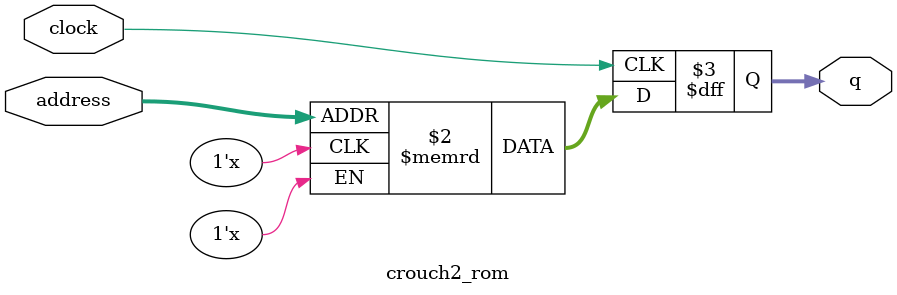
<source format=sv>
module crouch2_rom (
	input logic clock,
	input logic [12:0] address,
	output logic [2:0] q
);

logic [2:0] memory [0:5399] /* synthesis ram_init_file = "./crouch2/crouch2.mif" */;

always_ff @ (posedge clock) begin
	q <= memory[address];
end

endmodule

</source>
